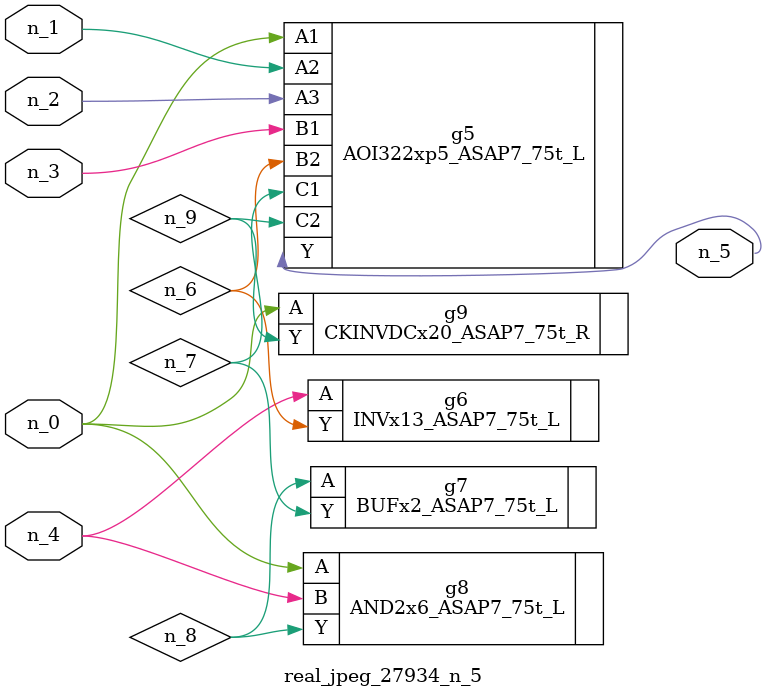
<source format=v>
module real_jpeg_27934_n_5 (n_4, n_0, n_1, n_2, n_3, n_5);

input n_4;
input n_0;
input n_1;
input n_2;
input n_3;

output n_5;

wire n_8;
wire n_6;
wire n_7;
wire n_9;

AOI322xp5_ASAP7_75t_L g5 ( 
.A1(n_0),
.A2(n_1),
.A3(n_2),
.B1(n_3),
.B2(n_6),
.C1(n_7),
.C2(n_9),
.Y(n_5)
);

AND2x6_ASAP7_75t_L g8 ( 
.A(n_0),
.B(n_4),
.Y(n_8)
);

CKINVDCx20_ASAP7_75t_R g9 ( 
.A(n_0),
.Y(n_9)
);

INVx13_ASAP7_75t_L g6 ( 
.A(n_4),
.Y(n_6)
);

BUFx2_ASAP7_75t_L g7 ( 
.A(n_8),
.Y(n_7)
);


endmodule
</source>
